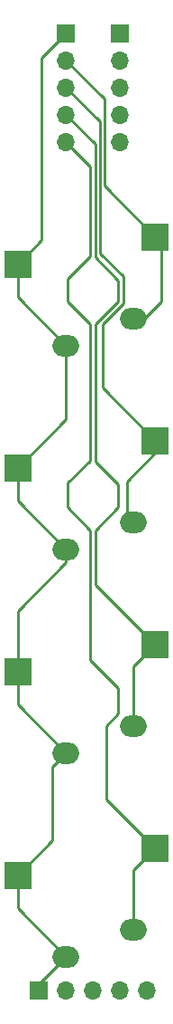
<source format=gbl>
%TF.GenerationSoftware,KiCad,Pcbnew,(6.0.4-0)*%
%TF.CreationDate,2022-03-28T13:48:44+08:00*%
%TF.ProjectId,Phalanx,5068616c-616e-4782-9e6b-696361645f70,rev?*%
%TF.SameCoordinates,Original*%
%TF.FileFunction,Copper,L2,Bot*%
%TF.FilePolarity,Positive*%
%FSLAX46Y46*%
G04 Gerber Fmt 4.6, Leading zero omitted, Abs format (unit mm)*
G04 Created by KiCad (PCBNEW (6.0.4-0)) date 2022-03-28 13:48:44*
%MOMM*%
%LPD*%
G01*
G04 APERTURE LIST*
%TA.AperFunction,ComponentPad*%
%ADD10R,1.700000X1.700000*%
%TD*%
%TA.AperFunction,ComponentPad*%
%ADD11O,1.700000X1.700000*%
%TD*%
%TA.AperFunction,SMDPad,CuDef*%
%ADD12R,2.550000X2.500000*%
%TD*%
%TA.AperFunction,ComponentPad*%
%ADD13O,2.500000X2.000000*%
%TD*%
%TA.AperFunction,Conductor*%
%ADD14C,0.250000*%
%TD*%
G04 APERTURE END LIST*
D10*
%TO.P,J1,1,Pin_1*%
%TO.N,Col1*%
X104140000Y-54610000D03*
D11*
%TO.P,J1,2,Pin_2*%
%TO.N,Row1*%
X104140000Y-57150000D03*
%TO.P,J1,3,Pin_3*%
%TO.N,Row2*%
X104140000Y-59690000D03*
%TO.P,J1,4,Pin_4*%
%TO.N,Row3*%
X104140000Y-62230000D03*
%TO.P,J1,5,Pin_5*%
%TO.N,Row4*%
X104140000Y-64770000D03*
%TD*%
D12*
%TO.P,SW3,1,1*%
%TO.N,Col1*%
X94515000Y-114300000D03*
D13*
X99060000Y-121920000D03*
D12*
%TO.P,SW3,2,2*%
%TO.N,Row3*%
X107442000Y-111760000D03*
D13*
X105410000Y-119380000D03*
%TD*%
D12*
%TO.P,SW4,1,1*%
%TO.N,Col1*%
X94515000Y-133350000D03*
D13*
X99060000Y-140970000D03*
%TO.P,SW4,2,2*%
%TO.N,Row4*%
X105410000Y-138430000D03*
D12*
X107442000Y-130810000D03*
%TD*%
%TO.P,SW2,1,1*%
%TO.N,Col1*%
X94515000Y-95250000D03*
D13*
X99060000Y-102870000D03*
%TO.P,SW2,2,2*%
%TO.N,Row2*%
X105410000Y-100330000D03*
D12*
X107442000Y-92710000D03*
%TD*%
D10*
%TO.P,J2,1,Pin_1*%
%TO.N,Col1*%
X99060000Y-54610000D03*
D11*
%TO.P,J2,2,Pin_2*%
%TO.N,Row1*%
X99060000Y-57150000D03*
%TO.P,J2,3,Pin_3*%
%TO.N,Row2*%
X99060000Y-59690000D03*
%TO.P,J2,4,Pin_4*%
%TO.N,Row3*%
X99060000Y-62230000D03*
%TO.P,J2,5,Pin_5*%
%TO.N,Row4*%
X99060000Y-64770000D03*
%TD*%
D10*
%TO.P,J3,1,Pin_1*%
%TO.N,Col1*%
X96520000Y-144145000D03*
D11*
%TO.P,J3,2,Pin_2*%
%TO.N,Row1*%
X99060000Y-144145000D03*
%TO.P,J3,3,Pin_3*%
%TO.N,Row2*%
X101600000Y-144145000D03*
%TO.P,J3,4,Pin_4*%
%TO.N,Row3*%
X104140000Y-144145000D03*
%TO.P,J3,5,Pin_5*%
%TO.N,Row4*%
X106680000Y-144145000D03*
%TD*%
D13*
%TO.P,SW1,1,1*%
%TO.N,Col1*%
X99060000Y-83820000D03*
D12*
X94515000Y-76200000D03*
D13*
%TO.P,SW1,2,2*%
%TO.N,Row1*%
X105410000Y-81280000D03*
D12*
X107442000Y-73660000D03*
%TD*%
D14*
%TO.N,Row1*%
X107442000Y-73660000D02*
X108004521Y-74222521D01*
X106410000Y-81280000D02*
X105410000Y-81280000D01*
X108004521Y-74222521D02*
X108004521Y-79685479D01*
X108004521Y-79685479D02*
X106410000Y-81280000D01*
X102694532Y-60784532D02*
X102694532Y-68912532D01*
X99060000Y-57150000D02*
X102694532Y-60784532D01*
X102694532Y-68912532D02*
X107442000Y-73660000D01*
%TO.N,Col1*%
X99060000Y-104120000D02*
X94515000Y-108665000D01*
X99060000Y-140970000D02*
X96520000Y-143510000D01*
X96774000Y-56896000D02*
X96774000Y-73966000D01*
X94515000Y-114300000D02*
X94515000Y-117375000D01*
X94515000Y-76200000D02*
X94515000Y-79275000D01*
X94515000Y-79275000D02*
X99060000Y-83820000D01*
X94515000Y-136425000D02*
X99060000Y-140970000D01*
X97790000Y-130075000D02*
X94515000Y-133350000D01*
X96520000Y-143510000D02*
X96520000Y-144145000D01*
X99060000Y-90705000D02*
X94515000Y-95250000D01*
X94515000Y-133350000D02*
X94515000Y-136425000D01*
X94515000Y-95250000D02*
X94515000Y-98325000D01*
X96774000Y-73966000D02*
X94540000Y-76200000D01*
X94515000Y-117375000D02*
X99060000Y-121920000D01*
X97790000Y-123190000D02*
X97790000Y-130075000D01*
X99060000Y-83820000D02*
X99060000Y-90705000D01*
X94540000Y-76200000D02*
X94515000Y-76200000D01*
X99060000Y-121920000D02*
X97790000Y-123190000D01*
X99060000Y-102870000D02*
X99060000Y-104120000D01*
X94515000Y-98325000D02*
X99060000Y-102870000D01*
X99060000Y-54610000D02*
X96774000Y-56896000D01*
X94515000Y-108665000D02*
X94515000Y-114300000D01*
%TO.N,Row2*%
X102245022Y-62875022D02*
X102245022Y-75194022D01*
X107442000Y-93853000D02*
X104775000Y-96520000D01*
X99060000Y-59690000D02*
X102245022Y-62875022D01*
X104424031Y-77373031D02*
X104424031Y-79909754D01*
X102499021Y-81834764D02*
X102499021Y-87767021D01*
X102245022Y-75194022D02*
X104424031Y-77373031D01*
X104775000Y-99695000D02*
X105410000Y-100330000D01*
X104424031Y-79909754D02*
X102499021Y-81834764D01*
X102499021Y-87767021D02*
X107442000Y-92710000D01*
X107442000Y-92710000D02*
X107442000Y-93853000D01*
X104775000Y-96520000D02*
X104775000Y-99695000D01*
%TO.N,Row3*%
X107442000Y-111760000D02*
X105355479Y-113846521D01*
X101795511Y-64965511D02*
X101795511Y-75577430D01*
X105355479Y-113846521D02*
X105355479Y-119325479D01*
X101854000Y-81844081D02*
X101854000Y-94685919D01*
X101795511Y-75577430D02*
X103974521Y-77756440D01*
X103974521Y-96806440D02*
X103974521Y-98971479D01*
X103974521Y-77756440D02*
X103974521Y-79723560D01*
X103974521Y-79723560D02*
X101854000Y-81844081D01*
X103974521Y-98971479D02*
X101854000Y-101092000D01*
X107417000Y-111760000D02*
X107442000Y-111760000D01*
X101854000Y-94685919D02*
X103974521Y-96806440D01*
X101854000Y-101092000D02*
X101854000Y-106197000D01*
X105355479Y-119325479D02*
X105410000Y-119380000D01*
X99060000Y-62230000D02*
X101795511Y-64965511D01*
X101854000Y-106197000D02*
X107417000Y-111760000D01*
%TO.N,Row4*%
X101346000Y-101092000D02*
X101346000Y-113227919D01*
X99225479Y-79723560D02*
X101289919Y-81788000D01*
X102870000Y-119380000D02*
X102870000Y-126238000D01*
X101346000Y-75438000D02*
X99225479Y-77558521D01*
X99060000Y-64770000D02*
X101346000Y-67056000D01*
X105355479Y-132896521D02*
X105355479Y-138375479D01*
X101289919Y-94599568D02*
X99225479Y-96664008D01*
X107442000Y-130810000D02*
X105355479Y-132896521D01*
X101289919Y-81788000D02*
X101289919Y-94599568D01*
X101346000Y-67056000D02*
X101346000Y-75438000D01*
X101346000Y-113227919D02*
X103974521Y-115856440D01*
X102870000Y-126238000D02*
X107442000Y-130810000D01*
X103974521Y-115856440D02*
X103974521Y-118275479D01*
X99225479Y-77558521D02*
X99225479Y-79723560D01*
X99225479Y-96664008D02*
X99225479Y-98971479D01*
X99225479Y-98971479D02*
X101346000Y-101092000D01*
X103974521Y-118275479D02*
X102870000Y-119380000D01*
X105355479Y-138375479D02*
X105410000Y-138430000D01*
%TD*%
M02*

</source>
